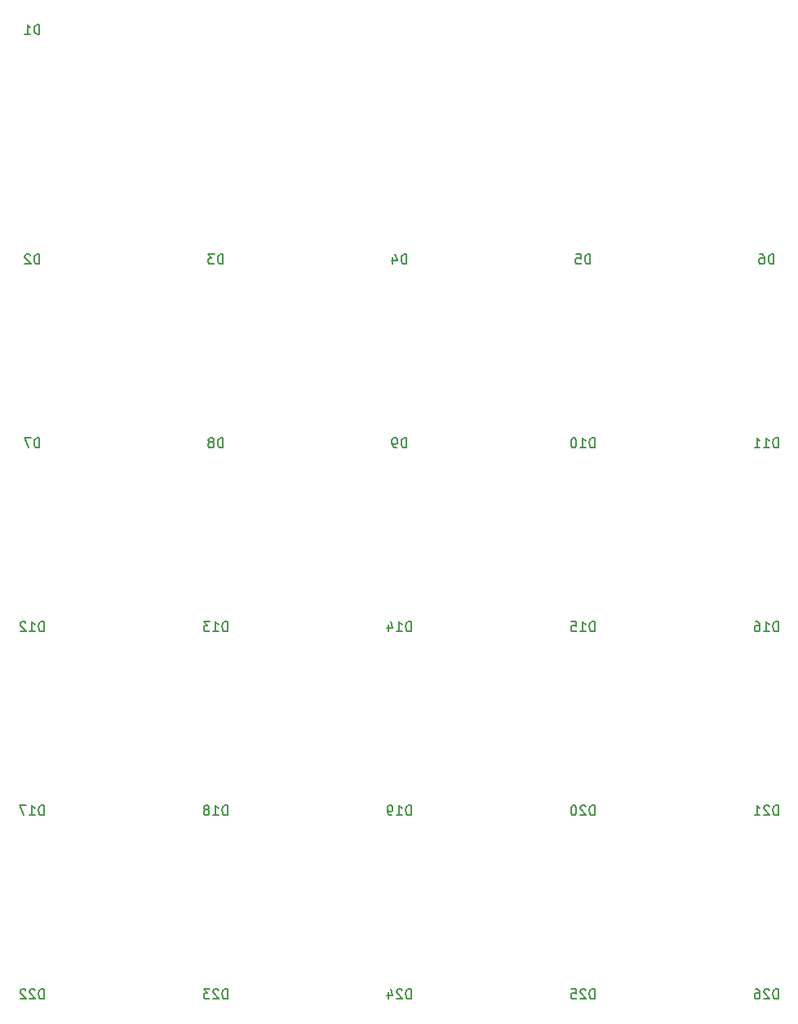
<source format=gbo>
%TF.GenerationSoftware,KiCad,Pcbnew,9.0.7*%
%TF.CreationDate,2026-02-27T02:53:56-05:00*%
%TF.ProjectId,Macropad,4d616372-6f70-4616-942e-6b696361645f,rev?*%
%TF.SameCoordinates,Original*%
%TF.FileFunction,Legend,Bot*%
%TF.FilePolarity,Positive*%
%FSLAX46Y46*%
G04 Gerber Fmt 4.6, Leading zero omitted, Abs format (unit mm)*
G04 Created by KiCad (PCBNEW 9.0.7) date 2026-02-27 02:53:56*
%MOMM*%
%LPD*%
G01*
G04 APERTURE LIST*
%ADD10C,0.150000*%
%ADD11C,1.700000*%
%ADD12C,4.000000*%
%ADD13C,1.750000*%
%ADD14R,1.600000X1.600000*%
%ADD15O,1.600000X1.600000*%
%ADD16R,1.700000X1.700000*%
%ADD17C,1.600000*%
%ADD18R,1.800000X1.800000*%
%ADD19C,1.800000*%
G04 APERTURE END LIST*
D10*
X13953094Y-14359819D02*
X13953094Y-13359819D01*
X13953094Y-13359819D02*
X13714999Y-13359819D01*
X13714999Y-13359819D02*
X13572142Y-13407438D01*
X13572142Y-13407438D02*
X13476904Y-13502676D01*
X13476904Y-13502676D02*
X13429285Y-13597914D01*
X13429285Y-13597914D02*
X13381666Y-13788390D01*
X13381666Y-13788390D02*
X13381666Y-13931247D01*
X13381666Y-13931247D02*
X13429285Y-14121723D01*
X13429285Y-14121723D02*
X13476904Y-14216961D01*
X13476904Y-14216961D02*
X13572142Y-14312200D01*
X13572142Y-14312200D02*
X13714999Y-14359819D01*
X13714999Y-14359819D02*
X13953094Y-14359819D01*
X12429285Y-14359819D02*
X13000713Y-14359819D01*
X12714999Y-14359819D02*
X12714999Y-13359819D01*
X12714999Y-13359819D02*
X12810237Y-13502676D01*
X12810237Y-13502676D02*
X12905475Y-13597914D01*
X12905475Y-13597914D02*
X13000713Y-13645533D01*
X13953094Y-38171819D02*
X13953094Y-37171819D01*
X13953094Y-37171819D02*
X13714999Y-37171819D01*
X13714999Y-37171819D02*
X13572142Y-37219438D01*
X13572142Y-37219438D02*
X13476904Y-37314676D01*
X13476904Y-37314676D02*
X13429285Y-37409914D01*
X13429285Y-37409914D02*
X13381666Y-37600390D01*
X13381666Y-37600390D02*
X13381666Y-37743247D01*
X13381666Y-37743247D02*
X13429285Y-37933723D01*
X13429285Y-37933723D02*
X13476904Y-38028961D01*
X13476904Y-38028961D02*
X13572142Y-38124200D01*
X13572142Y-38124200D02*
X13714999Y-38171819D01*
X13714999Y-38171819D02*
X13953094Y-38171819D01*
X13000713Y-37267057D02*
X12953094Y-37219438D01*
X12953094Y-37219438D02*
X12857856Y-37171819D01*
X12857856Y-37171819D02*
X12619761Y-37171819D01*
X12619761Y-37171819D02*
X12524523Y-37219438D01*
X12524523Y-37219438D02*
X12476904Y-37267057D01*
X12476904Y-37267057D02*
X12429285Y-37362295D01*
X12429285Y-37362295D02*
X12429285Y-37457533D01*
X12429285Y-37457533D02*
X12476904Y-37600390D01*
X12476904Y-37600390D02*
X13048332Y-38171819D01*
X13048332Y-38171819D02*
X12429285Y-38171819D01*
X33003094Y-38171819D02*
X33003094Y-37171819D01*
X33003094Y-37171819D02*
X32764999Y-37171819D01*
X32764999Y-37171819D02*
X32622142Y-37219438D01*
X32622142Y-37219438D02*
X32526904Y-37314676D01*
X32526904Y-37314676D02*
X32479285Y-37409914D01*
X32479285Y-37409914D02*
X32431666Y-37600390D01*
X32431666Y-37600390D02*
X32431666Y-37743247D01*
X32431666Y-37743247D02*
X32479285Y-37933723D01*
X32479285Y-37933723D02*
X32526904Y-38028961D01*
X32526904Y-38028961D02*
X32622142Y-38124200D01*
X32622142Y-38124200D02*
X32764999Y-38171819D01*
X32764999Y-38171819D02*
X33003094Y-38171819D01*
X32098332Y-37171819D02*
X31479285Y-37171819D01*
X31479285Y-37171819D02*
X31812618Y-37552771D01*
X31812618Y-37552771D02*
X31669761Y-37552771D01*
X31669761Y-37552771D02*
X31574523Y-37600390D01*
X31574523Y-37600390D02*
X31526904Y-37648009D01*
X31526904Y-37648009D02*
X31479285Y-37743247D01*
X31479285Y-37743247D02*
X31479285Y-37981342D01*
X31479285Y-37981342D02*
X31526904Y-38076580D01*
X31526904Y-38076580D02*
X31574523Y-38124200D01*
X31574523Y-38124200D02*
X31669761Y-38171819D01*
X31669761Y-38171819D02*
X31955475Y-38171819D01*
X31955475Y-38171819D02*
X32050713Y-38124200D01*
X32050713Y-38124200D02*
X32098332Y-38076580D01*
X52053094Y-38171819D02*
X52053094Y-37171819D01*
X52053094Y-37171819D02*
X51814999Y-37171819D01*
X51814999Y-37171819D02*
X51672142Y-37219438D01*
X51672142Y-37219438D02*
X51576904Y-37314676D01*
X51576904Y-37314676D02*
X51529285Y-37409914D01*
X51529285Y-37409914D02*
X51481666Y-37600390D01*
X51481666Y-37600390D02*
X51481666Y-37743247D01*
X51481666Y-37743247D02*
X51529285Y-37933723D01*
X51529285Y-37933723D02*
X51576904Y-38028961D01*
X51576904Y-38028961D02*
X51672142Y-38124200D01*
X51672142Y-38124200D02*
X51814999Y-38171819D01*
X51814999Y-38171819D02*
X52053094Y-38171819D01*
X50624523Y-37505152D02*
X50624523Y-38171819D01*
X50862618Y-37124200D02*
X51100713Y-37838485D01*
X51100713Y-37838485D02*
X50481666Y-37838485D01*
X71103094Y-38171819D02*
X71103094Y-37171819D01*
X71103094Y-37171819D02*
X70864999Y-37171819D01*
X70864999Y-37171819D02*
X70722142Y-37219438D01*
X70722142Y-37219438D02*
X70626904Y-37314676D01*
X70626904Y-37314676D02*
X70579285Y-37409914D01*
X70579285Y-37409914D02*
X70531666Y-37600390D01*
X70531666Y-37600390D02*
X70531666Y-37743247D01*
X70531666Y-37743247D02*
X70579285Y-37933723D01*
X70579285Y-37933723D02*
X70626904Y-38028961D01*
X70626904Y-38028961D02*
X70722142Y-38124200D01*
X70722142Y-38124200D02*
X70864999Y-38171819D01*
X70864999Y-38171819D02*
X71103094Y-38171819D01*
X69626904Y-37171819D02*
X70103094Y-37171819D01*
X70103094Y-37171819D02*
X70150713Y-37648009D01*
X70150713Y-37648009D02*
X70103094Y-37600390D01*
X70103094Y-37600390D02*
X70007856Y-37552771D01*
X70007856Y-37552771D02*
X69769761Y-37552771D01*
X69769761Y-37552771D02*
X69674523Y-37600390D01*
X69674523Y-37600390D02*
X69626904Y-37648009D01*
X69626904Y-37648009D02*
X69579285Y-37743247D01*
X69579285Y-37743247D02*
X69579285Y-37981342D01*
X69579285Y-37981342D02*
X69626904Y-38076580D01*
X69626904Y-38076580D02*
X69674523Y-38124200D01*
X69674523Y-38124200D02*
X69769761Y-38171819D01*
X69769761Y-38171819D02*
X70007856Y-38171819D01*
X70007856Y-38171819D02*
X70103094Y-38124200D01*
X70103094Y-38124200D02*
X70150713Y-38076580D01*
X90153094Y-38171819D02*
X90153094Y-37171819D01*
X90153094Y-37171819D02*
X89914999Y-37171819D01*
X89914999Y-37171819D02*
X89772142Y-37219438D01*
X89772142Y-37219438D02*
X89676904Y-37314676D01*
X89676904Y-37314676D02*
X89629285Y-37409914D01*
X89629285Y-37409914D02*
X89581666Y-37600390D01*
X89581666Y-37600390D02*
X89581666Y-37743247D01*
X89581666Y-37743247D02*
X89629285Y-37933723D01*
X89629285Y-37933723D02*
X89676904Y-38028961D01*
X89676904Y-38028961D02*
X89772142Y-38124200D01*
X89772142Y-38124200D02*
X89914999Y-38171819D01*
X89914999Y-38171819D02*
X90153094Y-38171819D01*
X88724523Y-37171819D02*
X88914999Y-37171819D01*
X88914999Y-37171819D02*
X89010237Y-37219438D01*
X89010237Y-37219438D02*
X89057856Y-37267057D01*
X89057856Y-37267057D02*
X89153094Y-37409914D01*
X89153094Y-37409914D02*
X89200713Y-37600390D01*
X89200713Y-37600390D02*
X89200713Y-37981342D01*
X89200713Y-37981342D02*
X89153094Y-38076580D01*
X89153094Y-38076580D02*
X89105475Y-38124200D01*
X89105475Y-38124200D02*
X89010237Y-38171819D01*
X89010237Y-38171819D02*
X88819761Y-38171819D01*
X88819761Y-38171819D02*
X88724523Y-38124200D01*
X88724523Y-38124200D02*
X88676904Y-38076580D01*
X88676904Y-38076580D02*
X88629285Y-37981342D01*
X88629285Y-37981342D02*
X88629285Y-37743247D01*
X88629285Y-37743247D02*
X88676904Y-37648009D01*
X88676904Y-37648009D02*
X88724523Y-37600390D01*
X88724523Y-37600390D02*
X88819761Y-37552771D01*
X88819761Y-37552771D02*
X89010237Y-37552771D01*
X89010237Y-37552771D02*
X89105475Y-37600390D01*
X89105475Y-37600390D02*
X89153094Y-37648009D01*
X89153094Y-37648009D02*
X89200713Y-37743247D01*
X13953094Y-57222819D02*
X13953094Y-56222819D01*
X13953094Y-56222819D02*
X13714999Y-56222819D01*
X13714999Y-56222819D02*
X13572142Y-56270438D01*
X13572142Y-56270438D02*
X13476904Y-56365676D01*
X13476904Y-56365676D02*
X13429285Y-56460914D01*
X13429285Y-56460914D02*
X13381666Y-56651390D01*
X13381666Y-56651390D02*
X13381666Y-56794247D01*
X13381666Y-56794247D02*
X13429285Y-56984723D01*
X13429285Y-56984723D02*
X13476904Y-57079961D01*
X13476904Y-57079961D02*
X13572142Y-57175200D01*
X13572142Y-57175200D02*
X13714999Y-57222819D01*
X13714999Y-57222819D02*
X13953094Y-57222819D01*
X13048332Y-56222819D02*
X12381666Y-56222819D01*
X12381666Y-56222819D02*
X12810237Y-57222819D01*
X33003094Y-57222819D02*
X33003094Y-56222819D01*
X33003094Y-56222819D02*
X32764999Y-56222819D01*
X32764999Y-56222819D02*
X32622142Y-56270438D01*
X32622142Y-56270438D02*
X32526904Y-56365676D01*
X32526904Y-56365676D02*
X32479285Y-56460914D01*
X32479285Y-56460914D02*
X32431666Y-56651390D01*
X32431666Y-56651390D02*
X32431666Y-56794247D01*
X32431666Y-56794247D02*
X32479285Y-56984723D01*
X32479285Y-56984723D02*
X32526904Y-57079961D01*
X32526904Y-57079961D02*
X32622142Y-57175200D01*
X32622142Y-57175200D02*
X32764999Y-57222819D01*
X32764999Y-57222819D02*
X33003094Y-57222819D01*
X31860237Y-56651390D02*
X31955475Y-56603771D01*
X31955475Y-56603771D02*
X32003094Y-56556152D01*
X32003094Y-56556152D02*
X32050713Y-56460914D01*
X32050713Y-56460914D02*
X32050713Y-56413295D01*
X32050713Y-56413295D02*
X32003094Y-56318057D01*
X32003094Y-56318057D02*
X31955475Y-56270438D01*
X31955475Y-56270438D02*
X31860237Y-56222819D01*
X31860237Y-56222819D02*
X31669761Y-56222819D01*
X31669761Y-56222819D02*
X31574523Y-56270438D01*
X31574523Y-56270438D02*
X31526904Y-56318057D01*
X31526904Y-56318057D02*
X31479285Y-56413295D01*
X31479285Y-56413295D02*
X31479285Y-56460914D01*
X31479285Y-56460914D02*
X31526904Y-56556152D01*
X31526904Y-56556152D02*
X31574523Y-56603771D01*
X31574523Y-56603771D02*
X31669761Y-56651390D01*
X31669761Y-56651390D02*
X31860237Y-56651390D01*
X31860237Y-56651390D02*
X31955475Y-56699009D01*
X31955475Y-56699009D02*
X32003094Y-56746628D01*
X32003094Y-56746628D02*
X32050713Y-56841866D01*
X32050713Y-56841866D02*
X32050713Y-57032342D01*
X32050713Y-57032342D02*
X32003094Y-57127580D01*
X32003094Y-57127580D02*
X31955475Y-57175200D01*
X31955475Y-57175200D02*
X31860237Y-57222819D01*
X31860237Y-57222819D02*
X31669761Y-57222819D01*
X31669761Y-57222819D02*
X31574523Y-57175200D01*
X31574523Y-57175200D02*
X31526904Y-57127580D01*
X31526904Y-57127580D02*
X31479285Y-57032342D01*
X31479285Y-57032342D02*
X31479285Y-56841866D01*
X31479285Y-56841866D02*
X31526904Y-56746628D01*
X31526904Y-56746628D02*
X31574523Y-56699009D01*
X31574523Y-56699009D02*
X31669761Y-56651390D01*
X52053094Y-57222819D02*
X52053094Y-56222819D01*
X52053094Y-56222819D02*
X51814999Y-56222819D01*
X51814999Y-56222819D02*
X51672142Y-56270438D01*
X51672142Y-56270438D02*
X51576904Y-56365676D01*
X51576904Y-56365676D02*
X51529285Y-56460914D01*
X51529285Y-56460914D02*
X51481666Y-56651390D01*
X51481666Y-56651390D02*
X51481666Y-56794247D01*
X51481666Y-56794247D02*
X51529285Y-56984723D01*
X51529285Y-56984723D02*
X51576904Y-57079961D01*
X51576904Y-57079961D02*
X51672142Y-57175200D01*
X51672142Y-57175200D02*
X51814999Y-57222819D01*
X51814999Y-57222819D02*
X52053094Y-57222819D01*
X51005475Y-57222819D02*
X50814999Y-57222819D01*
X50814999Y-57222819D02*
X50719761Y-57175200D01*
X50719761Y-57175200D02*
X50672142Y-57127580D01*
X50672142Y-57127580D02*
X50576904Y-56984723D01*
X50576904Y-56984723D02*
X50529285Y-56794247D01*
X50529285Y-56794247D02*
X50529285Y-56413295D01*
X50529285Y-56413295D02*
X50576904Y-56318057D01*
X50576904Y-56318057D02*
X50624523Y-56270438D01*
X50624523Y-56270438D02*
X50719761Y-56222819D01*
X50719761Y-56222819D02*
X50910237Y-56222819D01*
X50910237Y-56222819D02*
X51005475Y-56270438D01*
X51005475Y-56270438D02*
X51053094Y-56318057D01*
X51053094Y-56318057D02*
X51100713Y-56413295D01*
X51100713Y-56413295D02*
X51100713Y-56651390D01*
X51100713Y-56651390D02*
X51053094Y-56746628D01*
X51053094Y-56746628D02*
X51005475Y-56794247D01*
X51005475Y-56794247D02*
X50910237Y-56841866D01*
X50910237Y-56841866D02*
X50719761Y-56841866D01*
X50719761Y-56841866D02*
X50624523Y-56794247D01*
X50624523Y-56794247D02*
X50576904Y-56746628D01*
X50576904Y-56746628D02*
X50529285Y-56651390D01*
X71579285Y-57222819D02*
X71579285Y-56222819D01*
X71579285Y-56222819D02*
X71341190Y-56222819D01*
X71341190Y-56222819D02*
X71198333Y-56270438D01*
X71198333Y-56270438D02*
X71103095Y-56365676D01*
X71103095Y-56365676D02*
X71055476Y-56460914D01*
X71055476Y-56460914D02*
X71007857Y-56651390D01*
X71007857Y-56651390D02*
X71007857Y-56794247D01*
X71007857Y-56794247D02*
X71055476Y-56984723D01*
X71055476Y-56984723D02*
X71103095Y-57079961D01*
X71103095Y-57079961D02*
X71198333Y-57175200D01*
X71198333Y-57175200D02*
X71341190Y-57222819D01*
X71341190Y-57222819D02*
X71579285Y-57222819D01*
X70055476Y-57222819D02*
X70626904Y-57222819D01*
X70341190Y-57222819D02*
X70341190Y-56222819D01*
X70341190Y-56222819D02*
X70436428Y-56365676D01*
X70436428Y-56365676D02*
X70531666Y-56460914D01*
X70531666Y-56460914D02*
X70626904Y-56508533D01*
X69436428Y-56222819D02*
X69341190Y-56222819D01*
X69341190Y-56222819D02*
X69245952Y-56270438D01*
X69245952Y-56270438D02*
X69198333Y-56318057D01*
X69198333Y-56318057D02*
X69150714Y-56413295D01*
X69150714Y-56413295D02*
X69103095Y-56603771D01*
X69103095Y-56603771D02*
X69103095Y-56841866D01*
X69103095Y-56841866D02*
X69150714Y-57032342D01*
X69150714Y-57032342D02*
X69198333Y-57127580D01*
X69198333Y-57127580D02*
X69245952Y-57175200D01*
X69245952Y-57175200D02*
X69341190Y-57222819D01*
X69341190Y-57222819D02*
X69436428Y-57222819D01*
X69436428Y-57222819D02*
X69531666Y-57175200D01*
X69531666Y-57175200D02*
X69579285Y-57127580D01*
X69579285Y-57127580D02*
X69626904Y-57032342D01*
X69626904Y-57032342D02*
X69674523Y-56841866D01*
X69674523Y-56841866D02*
X69674523Y-56603771D01*
X69674523Y-56603771D02*
X69626904Y-56413295D01*
X69626904Y-56413295D02*
X69579285Y-56318057D01*
X69579285Y-56318057D02*
X69531666Y-56270438D01*
X69531666Y-56270438D02*
X69436428Y-56222819D01*
X90629285Y-57222819D02*
X90629285Y-56222819D01*
X90629285Y-56222819D02*
X90391190Y-56222819D01*
X90391190Y-56222819D02*
X90248333Y-56270438D01*
X90248333Y-56270438D02*
X90153095Y-56365676D01*
X90153095Y-56365676D02*
X90105476Y-56460914D01*
X90105476Y-56460914D02*
X90057857Y-56651390D01*
X90057857Y-56651390D02*
X90057857Y-56794247D01*
X90057857Y-56794247D02*
X90105476Y-56984723D01*
X90105476Y-56984723D02*
X90153095Y-57079961D01*
X90153095Y-57079961D02*
X90248333Y-57175200D01*
X90248333Y-57175200D02*
X90391190Y-57222819D01*
X90391190Y-57222819D02*
X90629285Y-57222819D01*
X89105476Y-57222819D02*
X89676904Y-57222819D01*
X89391190Y-57222819D02*
X89391190Y-56222819D01*
X89391190Y-56222819D02*
X89486428Y-56365676D01*
X89486428Y-56365676D02*
X89581666Y-56460914D01*
X89581666Y-56460914D02*
X89676904Y-56508533D01*
X88153095Y-57222819D02*
X88724523Y-57222819D01*
X88438809Y-57222819D02*
X88438809Y-56222819D01*
X88438809Y-56222819D02*
X88534047Y-56365676D01*
X88534047Y-56365676D02*
X88629285Y-56460914D01*
X88629285Y-56460914D02*
X88724523Y-56508533D01*
X14429285Y-76272819D02*
X14429285Y-75272819D01*
X14429285Y-75272819D02*
X14191190Y-75272819D01*
X14191190Y-75272819D02*
X14048333Y-75320438D01*
X14048333Y-75320438D02*
X13953095Y-75415676D01*
X13953095Y-75415676D02*
X13905476Y-75510914D01*
X13905476Y-75510914D02*
X13857857Y-75701390D01*
X13857857Y-75701390D02*
X13857857Y-75844247D01*
X13857857Y-75844247D02*
X13905476Y-76034723D01*
X13905476Y-76034723D02*
X13953095Y-76129961D01*
X13953095Y-76129961D02*
X14048333Y-76225200D01*
X14048333Y-76225200D02*
X14191190Y-76272819D01*
X14191190Y-76272819D02*
X14429285Y-76272819D01*
X12905476Y-76272819D02*
X13476904Y-76272819D01*
X13191190Y-76272819D02*
X13191190Y-75272819D01*
X13191190Y-75272819D02*
X13286428Y-75415676D01*
X13286428Y-75415676D02*
X13381666Y-75510914D01*
X13381666Y-75510914D02*
X13476904Y-75558533D01*
X12524523Y-75368057D02*
X12476904Y-75320438D01*
X12476904Y-75320438D02*
X12381666Y-75272819D01*
X12381666Y-75272819D02*
X12143571Y-75272819D01*
X12143571Y-75272819D02*
X12048333Y-75320438D01*
X12048333Y-75320438D02*
X12000714Y-75368057D01*
X12000714Y-75368057D02*
X11953095Y-75463295D01*
X11953095Y-75463295D02*
X11953095Y-75558533D01*
X11953095Y-75558533D02*
X12000714Y-75701390D01*
X12000714Y-75701390D02*
X12572142Y-76272819D01*
X12572142Y-76272819D02*
X11953095Y-76272819D01*
X33479285Y-76272819D02*
X33479285Y-75272819D01*
X33479285Y-75272819D02*
X33241190Y-75272819D01*
X33241190Y-75272819D02*
X33098333Y-75320438D01*
X33098333Y-75320438D02*
X33003095Y-75415676D01*
X33003095Y-75415676D02*
X32955476Y-75510914D01*
X32955476Y-75510914D02*
X32907857Y-75701390D01*
X32907857Y-75701390D02*
X32907857Y-75844247D01*
X32907857Y-75844247D02*
X32955476Y-76034723D01*
X32955476Y-76034723D02*
X33003095Y-76129961D01*
X33003095Y-76129961D02*
X33098333Y-76225200D01*
X33098333Y-76225200D02*
X33241190Y-76272819D01*
X33241190Y-76272819D02*
X33479285Y-76272819D01*
X31955476Y-76272819D02*
X32526904Y-76272819D01*
X32241190Y-76272819D02*
X32241190Y-75272819D01*
X32241190Y-75272819D02*
X32336428Y-75415676D01*
X32336428Y-75415676D02*
X32431666Y-75510914D01*
X32431666Y-75510914D02*
X32526904Y-75558533D01*
X31622142Y-75272819D02*
X31003095Y-75272819D01*
X31003095Y-75272819D02*
X31336428Y-75653771D01*
X31336428Y-75653771D02*
X31193571Y-75653771D01*
X31193571Y-75653771D02*
X31098333Y-75701390D01*
X31098333Y-75701390D02*
X31050714Y-75749009D01*
X31050714Y-75749009D02*
X31003095Y-75844247D01*
X31003095Y-75844247D02*
X31003095Y-76082342D01*
X31003095Y-76082342D02*
X31050714Y-76177580D01*
X31050714Y-76177580D02*
X31098333Y-76225200D01*
X31098333Y-76225200D02*
X31193571Y-76272819D01*
X31193571Y-76272819D02*
X31479285Y-76272819D01*
X31479285Y-76272819D02*
X31574523Y-76225200D01*
X31574523Y-76225200D02*
X31622142Y-76177580D01*
X52529285Y-76272819D02*
X52529285Y-75272819D01*
X52529285Y-75272819D02*
X52291190Y-75272819D01*
X52291190Y-75272819D02*
X52148333Y-75320438D01*
X52148333Y-75320438D02*
X52053095Y-75415676D01*
X52053095Y-75415676D02*
X52005476Y-75510914D01*
X52005476Y-75510914D02*
X51957857Y-75701390D01*
X51957857Y-75701390D02*
X51957857Y-75844247D01*
X51957857Y-75844247D02*
X52005476Y-76034723D01*
X52005476Y-76034723D02*
X52053095Y-76129961D01*
X52053095Y-76129961D02*
X52148333Y-76225200D01*
X52148333Y-76225200D02*
X52291190Y-76272819D01*
X52291190Y-76272819D02*
X52529285Y-76272819D01*
X51005476Y-76272819D02*
X51576904Y-76272819D01*
X51291190Y-76272819D02*
X51291190Y-75272819D01*
X51291190Y-75272819D02*
X51386428Y-75415676D01*
X51386428Y-75415676D02*
X51481666Y-75510914D01*
X51481666Y-75510914D02*
X51576904Y-75558533D01*
X50148333Y-75606152D02*
X50148333Y-76272819D01*
X50386428Y-75225200D02*
X50624523Y-75939485D01*
X50624523Y-75939485D02*
X50005476Y-75939485D01*
X71579285Y-76272819D02*
X71579285Y-75272819D01*
X71579285Y-75272819D02*
X71341190Y-75272819D01*
X71341190Y-75272819D02*
X71198333Y-75320438D01*
X71198333Y-75320438D02*
X71103095Y-75415676D01*
X71103095Y-75415676D02*
X71055476Y-75510914D01*
X71055476Y-75510914D02*
X71007857Y-75701390D01*
X71007857Y-75701390D02*
X71007857Y-75844247D01*
X71007857Y-75844247D02*
X71055476Y-76034723D01*
X71055476Y-76034723D02*
X71103095Y-76129961D01*
X71103095Y-76129961D02*
X71198333Y-76225200D01*
X71198333Y-76225200D02*
X71341190Y-76272819D01*
X71341190Y-76272819D02*
X71579285Y-76272819D01*
X70055476Y-76272819D02*
X70626904Y-76272819D01*
X70341190Y-76272819D02*
X70341190Y-75272819D01*
X70341190Y-75272819D02*
X70436428Y-75415676D01*
X70436428Y-75415676D02*
X70531666Y-75510914D01*
X70531666Y-75510914D02*
X70626904Y-75558533D01*
X69150714Y-75272819D02*
X69626904Y-75272819D01*
X69626904Y-75272819D02*
X69674523Y-75749009D01*
X69674523Y-75749009D02*
X69626904Y-75701390D01*
X69626904Y-75701390D02*
X69531666Y-75653771D01*
X69531666Y-75653771D02*
X69293571Y-75653771D01*
X69293571Y-75653771D02*
X69198333Y-75701390D01*
X69198333Y-75701390D02*
X69150714Y-75749009D01*
X69150714Y-75749009D02*
X69103095Y-75844247D01*
X69103095Y-75844247D02*
X69103095Y-76082342D01*
X69103095Y-76082342D02*
X69150714Y-76177580D01*
X69150714Y-76177580D02*
X69198333Y-76225200D01*
X69198333Y-76225200D02*
X69293571Y-76272819D01*
X69293571Y-76272819D02*
X69531666Y-76272819D01*
X69531666Y-76272819D02*
X69626904Y-76225200D01*
X69626904Y-76225200D02*
X69674523Y-76177580D01*
X90629285Y-76272819D02*
X90629285Y-75272819D01*
X90629285Y-75272819D02*
X90391190Y-75272819D01*
X90391190Y-75272819D02*
X90248333Y-75320438D01*
X90248333Y-75320438D02*
X90153095Y-75415676D01*
X90153095Y-75415676D02*
X90105476Y-75510914D01*
X90105476Y-75510914D02*
X90057857Y-75701390D01*
X90057857Y-75701390D02*
X90057857Y-75844247D01*
X90057857Y-75844247D02*
X90105476Y-76034723D01*
X90105476Y-76034723D02*
X90153095Y-76129961D01*
X90153095Y-76129961D02*
X90248333Y-76225200D01*
X90248333Y-76225200D02*
X90391190Y-76272819D01*
X90391190Y-76272819D02*
X90629285Y-76272819D01*
X89105476Y-76272819D02*
X89676904Y-76272819D01*
X89391190Y-76272819D02*
X89391190Y-75272819D01*
X89391190Y-75272819D02*
X89486428Y-75415676D01*
X89486428Y-75415676D02*
X89581666Y-75510914D01*
X89581666Y-75510914D02*
X89676904Y-75558533D01*
X88248333Y-75272819D02*
X88438809Y-75272819D01*
X88438809Y-75272819D02*
X88534047Y-75320438D01*
X88534047Y-75320438D02*
X88581666Y-75368057D01*
X88581666Y-75368057D02*
X88676904Y-75510914D01*
X88676904Y-75510914D02*
X88724523Y-75701390D01*
X88724523Y-75701390D02*
X88724523Y-76082342D01*
X88724523Y-76082342D02*
X88676904Y-76177580D01*
X88676904Y-76177580D02*
X88629285Y-76225200D01*
X88629285Y-76225200D02*
X88534047Y-76272819D01*
X88534047Y-76272819D02*
X88343571Y-76272819D01*
X88343571Y-76272819D02*
X88248333Y-76225200D01*
X88248333Y-76225200D02*
X88200714Y-76177580D01*
X88200714Y-76177580D02*
X88153095Y-76082342D01*
X88153095Y-76082342D02*
X88153095Y-75844247D01*
X88153095Y-75844247D02*
X88200714Y-75749009D01*
X88200714Y-75749009D02*
X88248333Y-75701390D01*
X88248333Y-75701390D02*
X88343571Y-75653771D01*
X88343571Y-75653771D02*
X88534047Y-75653771D01*
X88534047Y-75653771D02*
X88629285Y-75701390D01*
X88629285Y-75701390D02*
X88676904Y-75749009D01*
X88676904Y-75749009D02*
X88724523Y-75844247D01*
X14429285Y-95321819D02*
X14429285Y-94321819D01*
X14429285Y-94321819D02*
X14191190Y-94321819D01*
X14191190Y-94321819D02*
X14048333Y-94369438D01*
X14048333Y-94369438D02*
X13953095Y-94464676D01*
X13953095Y-94464676D02*
X13905476Y-94559914D01*
X13905476Y-94559914D02*
X13857857Y-94750390D01*
X13857857Y-94750390D02*
X13857857Y-94893247D01*
X13857857Y-94893247D02*
X13905476Y-95083723D01*
X13905476Y-95083723D02*
X13953095Y-95178961D01*
X13953095Y-95178961D02*
X14048333Y-95274200D01*
X14048333Y-95274200D02*
X14191190Y-95321819D01*
X14191190Y-95321819D02*
X14429285Y-95321819D01*
X12905476Y-95321819D02*
X13476904Y-95321819D01*
X13191190Y-95321819D02*
X13191190Y-94321819D01*
X13191190Y-94321819D02*
X13286428Y-94464676D01*
X13286428Y-94464676D02*
X13381666Y-94559914D01*
X13381666Y-94559914D02*
X13476904Y-94607533D01*
X12572142Y-94321819D02*
X11905476Y-94321819D01*
X11905476Y-94321819D02*
X12334047Y-95321819D01*
X33479285Y-95321819D02*
X33479285Y-94321819D01*
X33479285Y-94321819D02*
X33241190Y-94321819D01*
X33241190Y-94321819D02*
X33098333Y-94369438D01*
X33098333Y-94369438D02*
X33003095Y-94464676D01*
X33003095Y-94464676D02*
X32955476Y-94559914D01*
X32955476Y-94559914D02*
X32907857Y-94750390D01*
X32907857Y-94750390D02*
X32907857Y-94893247D01*
X32907857Y-94893247D02*
X32955476Y-95083723D01*
X32955476Y-95083723D02*
X33003095Y-95178961D01*
X33003095Y-95178961D02*
X33098333Y-95274200D01*
X33098333Y-95274200D02*
X33241190Y-95321819D01*
X33241190Y-95321819D02*
X33479285Y-95321819D01*
X31955476Y-95321819D02*
X32526904Y-95321819D01*
X32241190Y-95321819D02*
X32241190Y-94321819D01*
X32241190Y-94321819D02*
X32336428Y-94464676D01*
X32336428Y-94464676D02*
X32431666Y-94559914D01*
X32431666Y-94559914D02*
X32526904Y-94607533D01*
X31384047Y-94750390D02*
X31479285Y-94702771D01*
X31479285Y-94702771D02*
X31526904Y-94655152D01*
X31526904Y-94655152D02*
X31574523Y-94559914D01*
X31574523Y-94559914D02*
X31574523Y-94512295D01*
X31574523Y-94512295D02*
X31526904Y-94417057D01*
X31526904Y-94417057D02*
X31479285Y-94369438D01*
X31479285Y-94369438D02*
X31384047Y-94321819D01*
X31384047Y-94321819D02*
X31193571Y-94321819D01*
X31193571Y-94321819D02*
X31098333Y-94369438D01*
X31098333Y-94369438D02*
X31050714Y-94417057D01*
X31050714Y-94417057D02*
X31003095Y-94512295D01*
X31003095Y-94512295D02*
X31003095Y-94559914D01*
X31003095Y-94559914D02*
X31050714Y-94655152D01*
X31050714Y-94655152D02*
X31098333Y-94702771D01*
X31098333Y-94702771D02*
X31193571Y-94750390D01*
X31193571Y-94750390D02*
X31384047Y-94750390D01*
X31384047Y-94750390D02*
X31479285Y-94798009D01*
X31479285Y-94798009D02*
X31526904Y-94845628D01*
X31526904Y-94845628D02*
X31574523Y-94940866D01*
X31574523Y-94940866D02*
X31574523Y-95131342D01*
X31574523Y-95131342D02*
X31526904Y-95226580D01*
X31526904Y-95226580D02*
X31479285Y-95274200D01*
X31479285Y-95274200D02*
X31384047Y-95321819D01*
X31384047Y-95321819D02*
X31193571Y-95321819D01*
X31193571Y-95321819D02*
X31098333Y-95274200D01*
X31098333Y-95274200D02*
X31050714Y-95226580D01*
X31050714Y-95226580D02*
X31003095Y-95131342D01*
X31003095Y-95131342D02*
X31003095Y-94940866D01*
X31003095Y-94940866D02*
X31050714Y-94845628D01*
X31050714Y-94845628D02*
X31098333Y-94798009D01*
X31098333Y-94798009D02*
X31193571Y-94750390D01*
X52529285Y-95321819D02*
X52529285Y-94321819D01*
X52529285Y-94321819D02*
X52291190Y-94321819D01*
X52291190Y-94321819D02*
X52148333Y-94369438D01*
X52148333Y-94369438D02*
X52053095Y-94464676D01*
X52053095Y-94464676D02*
X52005476Y-94559914D01*
X52005476Y-94559914D02*
X51957857Y-94750390D01*
X51957857Y-94750390D02*
X51957857Y-94893247D01*
X51957857Y-94893247D02*
X52005476Y-95083723D01*
X52005476Y-95083723D02*
X52053095Y-95178961D01*
X52053095Y-95178961D02*
X52148333Y-95274200D01*
X52148333Y-95274200D02*
X52291190Y-95321819D01*
X52291190Y-95321819D02*
X52529285Y-95321819D01*
X51005476Y-95321819D02*
X51576904Y-95321819D01*
X51291190Y-95321819D02*
X51291190Y-94321819D01*
X51291190Y-94321819D02*
X51386428Y-94464676D01*
X51386428Y-94464676D02*
X51481666Y-94559914D01*
X51481666Y-94559914D02*
X51576904Y-94607533D01*
X50529285Y-95321819D02*
X50338809Y-95321819D01*
X50338809Y-95321819D02*
X50243571Y-95274200D01*
X50243571Y-95274200D02*
X50195952Y-95226580D01*
X50195952Y-95226580D02*
X50100714Y-95083723D01*
X50100714Y-95083723D02*
X50053095Y-94893247D01*
X50053095Y-94893247D02*
X50053095Y-94512295D01*
X50053095Y-94512295D02*
X50100714Y-94417057D01*
X50100714Y-94417057D02*
X50148333Y-94369438D01*
X50148333Y-94369438D02*
X50243571Y-94321819D01*
X50243571Y-94321819D02*
X50434047Y-94321819D01*
X50434047Y-94321819D02*
X50529285Y-94369438D01*
X50529285Y-94369438D02*
X50576904Y-94417057D01*
X50576904Y-94417057D02*
X50624523Y-94512295D01*
X50624523Y-94512295D02*
X50624523Y-94750390D01*
X50624523Y-94750390D02*
X50576904Y-94845628D01*
X50576904Y-94845628D02*
X50529285Y-94893247D01*
X50529285Y-94893247D02*
X50434047Y-94940866D01*
X50434047Y-94940866D02*
X50243571Y-94940866D01*
X50243571Y-94940866D02*
X50148333Y-94893247D01*
X50148333Y-94893247D02*
X50100714Y-94845628D01*
X50100714Y-94845628D02*
X50053095Y-94750390D01*
X71579285Y-95321819D02*
X71579285Y-94321819D01*
X71579285Y-94321819D02*
X71341190Y-94321819D01*
X71341190Y-94321819D02*
X71198333Y-94369438D01*
X71198333Y-94369438D02*
X71103095Y-94464676D01*
X71103095Y-94464676D02*
X71055476Y-94559914D01*
X71055476Y-94559914D02*
X71007857Y-94750390D01*
X71007857Y-94750390D02*
X71007857Y-94893247D01*
X71007857Y-94893247D02*
X71055476Y-95083723D01*
X71055476Y-95083723D02*
X71103095Y-95178961D01*
X71103095Y-95178961D02*
X71198333Y-95274200D01*
X71198333Y-95274200D02*
X71341190Y-95321819D01*
X71341190Y-95321819D02*
X71579285Y-95321819D01*
X70626904Y-94417057D02*
X70579285Y-94369438D01*
X70579285Y-94369438D02*
X70484047Y-94321819D01*
X70484047Y-94321819D02*
X70245952Y-94321819D01*
X70245952Y-94321819D02*
X70150714Y-94369438D01*
X70150714Y-94369438D02*
X70103095Y-94417057D01*
X70103095Y-94417057D02*
X70055476Y-94512295D01*
X70055476Y-94512295D02*
X70055476Y-94607533D01*
X70055476Y-94607533D02*
X70103095Y-94750390D01*
X70103095Y-94750390D02*
X70674523Y-95321819D01*
X70674523Y-95321819D02*
X70055476Y-95321819D01*
X69436428Y-94321819D02*
X69341190Y-94321819D01*
X69341190Y-94321819D02*
X69245952Y-94369438D01*
X69245952Y-94369438D02*
X69198333Y-94417057D01*
X69198333Y-94417057D02*
X69150714Y-94512295D01*
X69150714Y-94512295D02*
X69103095Y-94702771D01*
X69103095Y-94702771D02*
X69103095Y-94940866D01*
X69103095Y-94940866D02*
X69150714Y-95131342D01*
X69150714Y-95131342D02*
X69198333Y-95226580D01*
X69198333Y-95226580D02*
X69245952Y-95274200D01*
X69245952Y-95274200D02*
X69341190Y-95321819D01*
X69341190Y-95321819D02*
X69436428Y-95321819D01*
X69436428Y-95321819D02*
X69531666Y-95274200D01*
X69531666Y-95274200D02*
X69579285Y-95226580D01*
X69579285Y-95226580D02*
X69626904Y-95131342D01*
X69626904Y-95131342D02*
X69674523Y-94940866D01*
X69674523Y-94940866D02*
X69674523Y-94702771D01*
X69674523Y-94702771D02*
X69626904Y-94512295D01*
X69626904Y-94512295D02*
X69579285Y-94417057D01*
X69579285Y-94417057D02*
X69531666Y-94369438D01*
X69531666Y-94369438D02*
X69436428Y-94321819D01*
X90629285Y-95321819D02*
X90629285Y-94321819D01*
X90629285Y-94321819D02*
X90391190Y-94321819D01*
X90391190Y-94321819D02*
X90248333Y-94369438D01*
X90248333Y-94369438D02*
X90153095Y-94464676D01*
X90153095Y-94464676D02*
X90105476Y-94559914D01*
X90105476Y-94559914D02*
X90057857Y-94750390D01*
X90057857Y-94750390D02*
X90057857Y-94893247D01*
X90057857Y-94893247D02*
X90105476Y-95083723D01*
X90105476Y-95083723D02*
X90153095Y-95178961D01*
X90153095Y-95178961D02*
X90248333Y-95274200D01*
X90248333Y-95274200D02*
X90391190Y-95321819D01*
X90391190Y-95321819D02*
X90629285Y-95321819D01*
X89676904Y-94417057D02*
X89629285Y-94369438D01*
X89629285Y-94369438D02*
X89534047Y-94321819D01*
X89534047Y-94321819D02*
X89295952Y-94321819D01*
X89295952Y-94321819D02*
X89200714Y-94369438D01*
X89200714Y-94369438D02*
X89153095Y-94417057D01*
X89153095Y-94417057D02*
X89105476Y-94512295D01*
X89105476Y-94512295D02*
X89105476Y-94607533D01*
X89105476Y-94607533D02*
X89153095Y-94750390D01*
X89153095Y-94750390D02*
X89724523Y-95321819D01*
X89724523Y-95321819D02*
X89105476Y-95321819D01*
X88153095Y-95321819D02*
X88724523Y-95321819D01*
X88438809Y-95321819D02*
X88438809Y-94321819D01*
X88438809Y-94321819D02*
X88534047Y-94464676D01*
X88534047Y-94464676D02*
X88629285Y-94559914D01*
X88629285Y-94559914D02*
X88724523Y-94607533D01*
X14429285Y-114372819D02*
X14429285Y-113372819D01*
X14429285Y-113372819D02*
X14191190Y-113372819D01*
X14191190Y-113372819D02*
X14048333Y-113420438D01*
X14048333Y-113420438D02*
X13953095Y-113515676D01*
X13953095Y-113515676D02*
X13905476Y-113610914D01*
X13905476Y-113610914D02*
X13857857Y-113801390D01*
X13857857Y-113801390D02*
X13857857Y-113944247D01*
X13857857Y-113944247D02*
X13905476Y-114134723D01*
X13905476Y-114134723D02*
X13953095Y-114229961D01*
X13953095Y-114229961D02*
X14048333Y-114325200D01*
X14048333Y-114325200D02*
X14191190Y-114372819D01*
X14191190Y-114372819D02*
X14429285Y-114372819D01*
X13476904Y-113468057D02*
X13429285Y-113420438D01*
X13429285Y-113420438D02*
X13334047Y-113372819D01*
X13334047Y-113372819D02*
X13095952Y-113372819D01*
X13095952Y-113372819D02*
X13000714Y-113420438D01*
X13000714Y-113420438D02*
X12953095Y-113468057D01*
X12953095Y-113468057D02*
X12905476Y-113563295D01*
X12905476Y-113563295D02*
X12905476Y-113658533D01*
X12905476Y-113658533D02*
X12953095Y-113801390D01*
X12953095Y-113801390D02*
X13524523Y-114372819D01*
X13524523Y-114372819D02*
X12905476Y-114372819D01*
X12524523Y-113468057D02*
X12476904Y-113420438D01*
X12476904Y-113420438D02*
X12381666Y-113372819D01*
X12381666Y-113372819D02*
X12143571Y-113372819D01*
X12143571Y-113372819D02*
X12048333Y-113420438D01*
X12048333Y-113420438D02*
X12000714Y-113468057D01*
X12000714Y-113468057D02*
X11953095Y-113563295D01*
X11953095Y-113563295D02*
X11953095Y-113658533D01*
X11953095Y-113658533D02*
X12000714Y-113801390D01*
X12000714Y-113801390D02*
X12572142Y-114372819D01*
X12572142Y-114372819D02*
X11953095Y-114372819D01*
X33479285Y-114372819D02*
X33479285Y-113372819D01*
X33479285Y-113372819D02*
X33241190Y-113372819D01*
X33241190Y-113372819D02*
X33098333Y-113420438D01*
X33098333Y-113420438D02*
X33003095Y-113515676D01*
X33003095Y-113515676D02*
X32955476Y-113610914D01*
X32955476Y-113610914D02*
X32907857Y-113801390D01*
X32907857Y-113801390D02*
X32907857Y-113944247D01*
X32907857Y-113944247D02*
X32955476Y-114134723D01*
X32955476Y-114134723D02*
X33003095Y-114229961D01*
X33003095Y-114229961D02*
X33098333Y-114325200D01*
X33098333Y-114325200D02*
X33241190Y-114372819D01*
X33241190Y-114372819D02*
X33479285Y-114372819D01*
X32526904Y-113468057D02*
X32479285Y-113420438D01*
X32479285Y-113420438D02*
X32384047Y-113372819D01*
X32384047Y-113372819D02*
X32145952Y-113372819D01*
X32145952Y-113372819D02*
X32050714Y-113420438D01*
X32050714Y-113420438D02*
X32003095Y-113468057D01*
X32003095Y-113468057D02*
X31955476Y-113563295D01*
X31955476Y-113563295D02*
X31955476Y-113658533D01*
X31955476Y-113658533D02*
X32003095Y-113801390D01*
X32003095Y-113801390D02*
X32574523Y-114372819D01*
X32574523Y-114372819D02*
X31955476Y-114372819D01*
X31622142Y-113372819D02*
X31003095Y-113372819D01*
X31003095Y-113372819D02*
X31336428Y-113753771D01*
X31336428Y-113753771D02*
X31193571Y-113753771D01*
X31193571Y-113753771D02*
X31098333Y-113801390D01*
X31098333Y-113801390D02*
X31050714Y-113849009D01*
X31050714Y-113849009D02*
X31003095Y-113944247D01*
X31003095Y-113944247D02*
X31003095Y-114182342D01*
X31003095Y-114182342D02*
X31050714Y-114277580D01*
X31050714Y-114277580D02*
X31098333Y-114325200D01*
X31098333Y-114325200D02*
X31193571Y-114372819D01*
X31193571Y-114372819D02*
X31479285Y-114372819D01*
X31479285Y-114372819D02*
X31574523Y-114325200D01*
X31574523Y-114325200D02*
X31622142Y-114277580D01*
X52529285Y-114372819D02*
X52529285Y-113372819D01*
X52529285Y-113372819D02*
X52291190Y-113372819D01*
X52291190Y-113372819D02*
X52148333Y-113420438D01*
X52148333Y-113420438D02*
X52053095Y-113515676D01*
X52053095Y-113515676D02*
X52005476Y-113610914D01*
X52005476Y-113610914D02*
X51957857Y-113801390D01*
X51957857Y-113801390D02*
X51957857Y-113944247D01*
X51957857Y-113944247D02*
X52005476Y-114134723D01*
X52005476Y-114134723D02*
X52053095Y-114229961D01*
X52053095Y-114229961D02*
X52148333Y-114325200D01*
X52148333Y-114325200D02*
X52291190Y-114372819D01*
X52291190Y-114372819D02*
X52529285Y-114372819D01*
X51576904Y-113468057D02*
X51529285Y-113420438D01*
X51529285Y-113420438D02*
X51434047Y-113372819D01*
X51434047Y-113372819D02*
X51195952Y-113372819D01*
X51195952Y-113372819D02*
X51100714Y-113420438D01*
X51100714Y-113420438D02*
X51053095Y-113468057D01*
X51053095Y-113468057D02*
X51005476Y-113563295D01*
X51005476Y-113563295D02*
X51005476Y-113658533D01*
X51005476Y-113658533D02*
X51053095Y-113801390D01*
X51053095Y-113801390D02*
X51624523Y-114372819D01*
X51624523Y-114372819D02*
X51005476Y-114372819D01*
X50148333Y-113706152D02*
X50148333Y-114372819D01*
X50386428Y-113325200D02*
X50624523Y-114039485D01*
X50624523Y-114039485D02*
X50005476Y-114039485D01*
X71579285Y-114372819D02*
X71579285Y-113372819D01*
X71579285Y-113372819D02*
X71341190Y-113372819D01*
X71341190Y-113372819D02*
X71198333Y-113420438D01*
X71198333Y-113420438D02*
X71103095Y-113515676D01*
X71103095Y-113515676D02*
X71055476Y-113610914D01*
X71055476Y-113610914D02*
X71007857Y-113801390D01*
X71007857Y-113801390D02*
X71007857Y-113944247D01*
X71007857Y-113944247D02*
X71055476Y-114134723D01*
X71055476Y-114134723D02*
X71103095Y-114229961D01*
X71103095Y-114229961D02*
X71198333Y-114325200D01*
X71198333Y-114325200D02*
X71341190Y-114372819D01*
X71341190Y-114372819D02*
X71579285Y-114372819D01*
X70626904Y-113468057D02*
X70579285Y-113420438D01*
X70579285Y-113420438D02*
X70484047Y-113372819D01*
X70484047Y-113372819D02*
X70245952Y-113372819D01*
X70245952Y-113372819D02*
X70150714Y-113420438D01*
X70150714Y-113420438D02*
X70103095Y-113468057D01*
X70103095Y-113468057D02*
X70055476Y-113563295D01*
X70055476Y-113563295D02*
X70055476Y-113658533D01*
X70055476Y-113658533D02*
X70103095Y-113801390D01*
X70103095Y-113801390D02*
X70674523Y-114372819D01*
X70674523Y-114372819D02*
X70055476Y-114372819D01*
X69150714Y-113372819D02*
X69626904Y-113372819D01*
X69626904Y-113372819D02*
X69674523Y-113849009D01*
X69674523Y-113849009D02*
X69626904Y-113801390D01*
X69626904Y-113801390D02*
X69531666Y-113753771D01*
X69531666Y-113753771D02*
X69293571Y-113753771D01*
X69293571Y-113753771D02*
X69198333Y-113801390D01*
X69198333Y-113801390D02*
X69150714Y-113849009D01*
X69150714Y-113849009D02*
X69103095Y-113944247D01*
X69103095Y-113944247D02*
X69103095Y-114182342D01*
X69103095Y-114182342D02*
X69150714Y-114277580D01*
X69150714Y-114277580D02*
X69198333Y-114325200D01*
X69198333Y-114325200D02*
X69293571Y-114372819D01*
X69293571Y-114372819D02*
X69531666Y-114372819D01*
X69531666Y-114372819D02*
X69626904Y-114325200D01*
X69626904Y-114325200D02*
X69674523Y-114277580D01*
X90629285Y-114372819D02*
X90629285Y-113372819D01*
X90629285Y-113372819D02*
X90391190Y-113372819D01*
X90391190Y-113372819D02*
X90248333Y-113420438D01*
X90248333Y-113420438D02*
X90153095Y-113515676D01*
X90153095Y-113515676D02*
X90105476Y-113610914D01*
X90105476Y-113610914D02*
X90057857Y-113801390D01*
X90057857Y-113801390D02*
X90057857Y-113944247D01*
X90057857Y-113944247D02*
X90105476Y-114134723D01*
X90105476Y-114134723D02*
X90153095Y-114229961D01*
X90153095Y-114229961D02*
X90248333Y-114325200D01*
X90248333Y-114325200D02*
X90391190Y-114372819D01*
X90391190Y-114372819D02*
X90629285Y-114372819D01*
X89676904Y-113468057D02*
X89629285Y-113420438D01*
X89629285Y-113420438D02*
X89534047Y-113372819D01*
X89534047Y-113372819D02*
X89295952Y-113372819D01*
X89295952Y-113372819D02*
X89200714Y-113420438D01*
X89200714Y-113420438D02*
X89153095Y-113468057D01*
X89153095Y-113468057D02*
X89105476Y-113563295D01*
X89105476Y-113563295D02*
X89105476Y-113658533D01*
X89105476Y-113658533D02*
X89153095Y-113801390D01*
X89153095Y-113801390D02*
X89724523Y-114372819D01*
X89724523Y-114372819D02*
X89105476Y-114372819D01*
X88248333Y-113372819D02*
X88438809Y-113372819D01*
X88438809Y-113372819D02*
X88534047Y-113420438D01*
X88534047Y-113420438D02*
X88581666Y-113468057D01*
X88581666Y-113468057D02*
X88676904Y-113610914D01*
X88676904Y-113610914D02*
X88724523Y-113801390D01*
X88724523Y-113801390D02*
X88724523Y-114182342D01*
X88724523Y-114182342D02*
X88676904Y-114277580D01*
X88676904Y-114277580D02*
X88629285Y-114325200D01*
X88629285Y-114325200D02*
X88534047Y-114372819D01*
X88534047Y-114372819D02*
X88343571Y-114372819D01*
X88343571Y-114372819D02*
X88248333Y-114325200D01*
X88248333Y-114325200D02*
X88200714Y-114277580D01*
X88200714Y-114277580D02*
X88153095Y-114182342D01*
X88153095Y-114182342D02*
X88153095Y-113944247D01*
X88153095Y-113944247D02*
X88200714Y-113849009D01*
X88200714Y-113849009D02*
X88248333Y-113801390D01*
X88248333Y-113801390D02*
X88343571Y-113753771D01*
X88343571Y-113753771D02*
X88534047Y-113753771D01*
X88534047Y-113753771D02*
X88629285Y-113801390D01*
X88629285Y-113801390D02*
X88676904Y-113849009D01*
X88676904Y-113849009D02*
X88724523Y-113944247D01*
%LPC*%
D11*
%TO.C,SW1*%
X5715000Y-6985000D03*
X12065000Y-4445000D03*
D12*
X9525000Y-9525000D03*
D13*
X4445000Y-9525000D03*
X14605000Y-9525000D03*
%TD*%
D14*
%TO.C,D1*%
X17025000Y-16025000D03*
D15*
X9405000Y-16025000D03*
%TD*%
D11*
%TO.C,SW2*%
X5715000Y-30797000D03*
X12065000Y-28257000D03*
D12*
X9525000Y-33337000D03*
D13*
X4445000Y-33337000D03*
X14605000Y-33337000D03*
%TD*%
D14*
%TO.C,D2*%
X17025000Y-39837000D03*
D15*
X9405000Y-39837000D03*
%TD*%
D11*
%TO.C,SW3*%
X24765000Y-30797000D03*
X31115000Y-28257000D03*
D12*
X28575000Y-33337000D03*
D13*
X23495000Y-33337000D03*
X33655000Y-33337000D03*
%TD*%
D14*
%TO.C,D3*%
X36075000Y-39837000D03*
D15*
X28455000Y-39837000D03*
%TD*%
D11*
%TO.C,SW4*%
X43815000Y-30797000D03*
X50165000Y-28257000D03*
D12*
X47625000Y-33337000D03*
D13*
X42545000Y-33337000D03*
X52705000Y-33337000D03*
%TD*%
D14*
%TO.C,D4*%
X55125000Y-39837000D03*
D15*
X47505000Y-39837000D03*
%TD*%
D11*
%TO.C,SW5*%
X62865000Y-30797000D03*
X69215000Y-28257000D03*
D12*
X66675000Y-33337000D03*
D13*
X61595000Y-33337000D03*
X71755000Y-33337000D03*
%TD*%
D14*
%TO.C,D5*%
X74175000Y-39837000D03*
D15*
X66555000Y-39837000D03*
%TD*%
D11*
%TO.C,SW6*%
X81915000Y-30797000D03*
X88265000Y-28257000D03*
D12*
X85725000Y-33337000D03*
D13*
X80645000Y-33337000D03*
X90805000Y-33337000D03*
%TD*%
D14*
%TO.C,D6*%
X93225000Y-39837000D03*
D15*
X85605000Y-39837000D03*
%TD*%
D11*
%TO.C,SW7*%
X5715000Y-49848000D03*
X12065000Y-47308000D03*
D12*
X9525000Y-52388000D03*
D13*
X4445000Y-52388000D03*
X14605000Y-52388000D03*
%TD*%
D14*
%TO.C,D7*%
X17025000Y-58888000D03*
D15*
X9405000Y-58888000D03*
%TD*%
D11*
%TO.C,SW8*%
X24765000Y-49848000D03*
X31115000Y-47308000D03*
D12*
X28575000Y-52388000D03*
D13*
X23495000Y-52388000D03*
X33655000Y-52388000D03*
%TD*%
D14*
%TO.C,D8*%
X36075000Y-58888000D03*
D15*
X28455000Y-58888000D03*
%TD*%
D11*
%TO.C,SW9*%
X43815000Y-49848000D03*
X50165000Y-47308000D03*
D12*
X47625000Y-52388000D03*
D13*
X42545000Y-52388000D03*
X52705000Y-52388000D03*
%TD*%
D14*
%TO.C,D9*%
X55125000Y-58888000D03*
D15*
X47505000Y-58888000D03*
%TD*%
D11*
%TO.C,SW10*%
X62865000Y-49848000D03*
X69215000Y-47308000D03*
D12*
X66675000Y-52388000D03*
D13*
X61595000Y-52388000D03*
X71755000Y-52388000D03*
%TD*%
D14*
%TO.C,D10*%
X74175000Y-58888000D03*
D15*
X66555000Y-58888000D03*
%TD*%
D11*
%TO.C,SW11*%
X81915000Y-49848000D03*
X88265000Y-47308000D03*
D12*
X85725000Y-52388000D03*
D13*
X80645000Y-52388000D03*
X90805000Y-52388000D03*
%TD*%
D14*
%TO.C,D11*%
X93225000Y-58888000D03*
D15*
X85605000Y-58888000D03*
%TD*%
D11*
%TO.C,SW12*%
X5715000Y-68898000D03*
X12065000Y-66358000D03*
D12*
X9525000Y-71438000D03*
D13*
X4445000Y-71438000D03*
X14605000Y-71438000D03*
%TD*%
D14*
%TO.C,D12*%
X17025000Y-77938000D03*
D15*
X9405000Y-77938000D03*
%TD*%
D11*
%TO.C,SW13*%
X24765000Y-68898000D03*
X31115000Y-66358000D03*
D12*
X28575000Y-71438000D03*
D13*
X23495000Y-71438000D03*
X33655000Y-71438000D03*
%TD*%
D14*
%TO.C,D13*%
X36075000Y-77938000D03*
D15*
X28455000Y-77938000D03*
%TD*%
D11*
%TO.C,SW14*%
X43815000Y-68898000D03*
X50165000Y-66358000D03*
D12*
X47625000Y-71438000D03*
D13*
X42545000Y-71438000D03*
X52705000Y-71438000D03*
%TD*%
D14*
%TO.C,D14*%
X55125000Y-77938000D03*
D15*
X47505000Y-77938000D03*
%TD*%
D11*
%TO.C,SW15*%
X62865000Y-68898000D03*
X69215000Y-66358000D03*
D12*
X66675000Y-71438000D03*
D13*
X61595000Y-71438000D03*
X71755000Y-71438000D03*
%TD*%
D14*
%TO.C,D15*%
X74175000Y-77938000D03*
D15*
X66555000Y-77938000D03*
%TD*%
D11*
%TO.C,SW16*%
X81915000Y-68898000D03*
X88265000Y-66358000D03*
D12*
X85725000Y-71438000D03*
D13*
X80645000Y-71438000D03*
X90805000Y-71438000D03*
%TD*%
D14*
%TO.C,D16*%
X93225000Y-77938000D03*
D15*
X85605000Y-77938000D03*
%TD*%
D11*
%TO.C,SW17*%
X5715000Y-87947000D03*
X12065000Y-85407000D03*
D12*
X9525000Y-90487000D03*
D13*
X4445000Y-90487000D03*
X14605000Y-90487000D03*
%TD*%
D14*
%TO.C,D17*%
X17025000Y-96987000D03*
D15*
X9405000Y-96987000D03*
%TD*%
D11*
%TO.C,SW18*%
X24765000Y-87947000D03*
X31115000Y-85407000D03*
D12*
X28575000Y-90487000D03*
D13*
X23495000Y-90487000D03*
X33655000Y-90487000D03*
%TD*%
D14*
%TO.C,D18*%
X36075000Y-96987000D03*
D15*
X28455000Y-96987000D03*
%TD*%
D11*
%TO.C,SW19*%
X43815000Y-87947000D03*
X50165000Y-85407000D03*
D12*
X47625000Y-90487000D03*
D13*
X42545000Y-90487000D03*
X52705000Y-90487000D03*
%TD*%
D14*
%TO.C,D19*%
X55125000Y-96987000D03*
D15*
X47505000Y-96987000D03*
%TD*%
D11*
%TO.C,SW20*%
X62865000Y-87947000D03*
X69215000Y-85407000D03*
D12*
X66675000Y-90487000D03*
D13*
X61595000Y-90487000D03*
X71755000Y-90487000D03*
%TD*%
D14*
%TO.C,D20*%
X74175000Y-96987000D03*
D15*
X66555000Y-96987000D03*
%TD*%
D11*
%TO.C,SW21*%
X81915000Y-87947000D03*
X88265000Y-85407000D03*
D12*
X85725000Y-90487000D03*
D13*
X80645000Y-90487000D03*
X90805000Y-90487000D03*
%TD*%
D14*
%TO.C,D21*%
X93225000Y-96987000D03*
D15*
X85605000Y-96987000D03*
%TD*%
D11*
%TO.C,SW22*%
X5715000Y-106998000D03*
X12065000Y-104458000D03*
D12*
X9525000Y-109538000D03*
D13*
X4445000Y-109538000D03*
X14605000Y-109538000D03*
%TD*%
D14*
%TO.C,D22*%
X17025000Y-116038000D03*
D15*
X9405000Y-116038000D03*
%TD*%
D11*
%TO.C,SW23*%
X24765000Y-106998000D03*
X31115000Y-104458000D03*
D12*
X28575000Y-109538000D03*
D13*
X23495000Y-109538000D03*
X33655000Y-109538000D03*
%TD*%
D14*
%TO.C,D23*%
X36075000Y-116038000D03*
D15*
X28455000Y-116038000D03*
%TD*%
D11*
%TO.C,SW24*%
X43815000Y-106998000D03*
X50165000Y-104458000D03*
D12*
X47625000Y-109538000D03*
D13*
X42545000Y-109538000D03*
X52705000Y-109538000D03*
%TD*%
D14*
%TO.C,D24*%
X55125000Y-116038000D03*
D15*
X47505000Y-116038000D03*
%TD*%
D11*
%TO.C,SW25*%
X62865000Y-106998000D03*
X69215000Y-104458000D03*
D12*
X66675000Y-109538000D03*
D13*
X61595000Y-109538000D03*
X71755000Y-109538000D03*
%TD*%
D14*
%TO.C,D25*%
X74175000Y-116038000D03*
D15*
X66555000Y-116038000D03*
%TD*%
D11*
%TO.C,SW26*%
X81915000Y-106998000D03*
X88265000Y-104458000D03*
D12*
X85725000Y-109538000D03*
D13*
X80645000Y-109538000D03*
X90805000Y-109538000D03*
%TD*%
D14*
%TO.C,D26*%
X93225000Y-116038000D03*
D15*
X85605000Y-116038000D03*
%TD*%
D16*
%TO.C,J101*%
X70250000Y9030000D03*
D11*
X70250000Y11570000D03*
X70250000Y14110000D03*
X70250000Y16650000D03*
X70250000Y19190000D03*
X70250000Y21730000D03*
X70250000Y24270000D03*
X70250000Y26810000D03*
X70250000Y29350000D03*
X70250000Y31890000D03*
X70250000Y34430000D03*
X70250000Y36970000D03*
%TD*%
D16*
%TO.C,J102*%
X80250000Y9030000D03*
D11*
X80250000Y11570000D03*
X80250000Y14110000D03*
X80250000Y16650000D03*
X80250000Y19190000D03*
X80250000Y21730000D03*
X80250000Y24270000D03*
X80250000Y26810000D03*
X80250000Y29350000D03*
X80250000Y31890000D03*
X80250000Y34430000D03*
X80250000Y36970000D03*
%TD*%
D16*
%TO.C,J201*%
X92250000Y20460000D03*
D11*
X92250000Y23000000D03*
X92250000Y25540000D03*
%TD*%
D16*
%TO.C,J202*%
X92250000Y10460000D03*
D11*
X92250000Y13000000D03*
X92250000Y15540000D03*
%TD*%
D16*
%TO.C,J301*%
X92250000Y460000D03*
D11*
X92250000Y3000000D03*
X92250000Y5540000D03*
%TD*%
D16*
%TO.C,J302*%
X92250000Y-10810000D03*
D11*
X92250000Y-8270000D03*
X92250000Y-5730000D03*
X92250000Y-3190000D03*
%TD*%
D17*
%TO.C,R401*%
X75250000Y3000000D03*
D15*
X82870000Y3000000D03*
%TD*%
D14*
%TO.C,C401*%
X99250000Y-5000000D03*
D17*
X102750000Y-5000000D03*
%TD*%
D18*
%TO.C,SW401*%
X75750000Y-22500000D03*
D19*
X80750000Y-22500000D03*
X78250000Y-22500000D03*
X75750000Y-7500000D03*
X80750000Y-7500000D03*
%TD*%
%LPD*%
M02*

</source>
